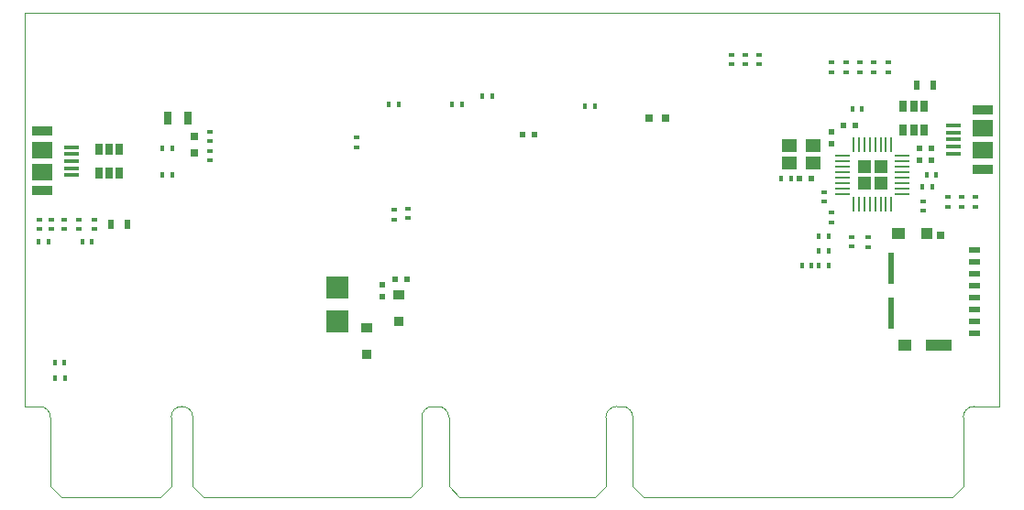
<source format=gbr>
G04 #@! TF.FileFunction,Paste,Top*
%FSLAX46Y46*%
G04 Gerber Fmt 4.6, Leading zero omitted, Abs format (unit mm)*
G04 Created by KiCad (PCBNEW 4.0.7) date 09/09/17 19:34:41*
%MOMM*%
%LPD*%
G01*
G04 APERTURE LIST*
%ADD10C,0.100000*%
%ADD11R,2.000000X2.000000*%
%ADD12R,0.600000X0.400000*%
%ADD13R,0.400000X0.600000*%
%ADD14R,1.000000X0.500000*%
%ADD15R,2.390000X1.050000*%
%ADD16R,1.200000X1.050000*%
%ADD17R,1.080000X1.050000*%
%ADD18R,0.780000X0.720000*%
%ADD19R,0.550000X2.910000*%
%ADD20R,0.500000X0.600000*%
%ADD21R,0.600000X0.500000*%
%ADD22R,0.750000X0.800000*%
%ADD23R,0.500000X0.900000*%
%ADD24R,0.700000X1.300000*%
%ADD25R,1.200000X1.200000*%
%ADD26O,1.500000X0.250000*%
%ADD27O,0.250000X1.500000*%
%ADD28R,1.400000X1.150000*%
%ADD29R,0.800000X0.750000*%
%ADD30R,0.900000X0.900000*%
%ADD31R,1.100000X0.900000*%
%ADD32R,1.900000X1.500000*%
%ADD33R,1.900000X0.900000*%
%ADD34R,1.350000X0.400000*%
%ADD35R,0.650000X1.060000*%
G04 APERTURE END LIST*
D10*
X86767232Y-135759051D02*
X86767232Y-135359051D01*
X97917232Y-135359051D02*
X97917232Y-135759051D01*
X96917232Y-136759051D02*
X87767232Y-136759051D01*
X96917232Y-136759051D02*
X97917232Y-135759051D01*
X86767232Y-135759051D02*
X87767232Y-136759051D01*
X140567232Y-135759051D02*
X140567232Y-135359051D01*
X140567232Y-135759051D02*
X141567232Y-136759051D01*
X170067232Y-136759051D02*
X141567232Y-136759051D01*
X170067232Y-136759051D02*
X171067232Y-135759051D01*
X171067232Y-135359051D02*
X171067232Y-135759051D01*
X174417232Y-91959051D02*
X174417232Y-128359051D01*
X84417232Y-128359051D02*
X84417232Y-91959051D01*
X84417232Y-91959051D02*
X174417232Y-91959051D01*
X121067232Y-129359051D02*
X121067232Y-135359051D01*
X121067232Y-129359051D02*
G75*
G02X122067232Y-128359051I1000000J0D01*
G01*
X122567232Y-128359051D02*
X122067232Y-128359051D01*
X122567232Y-128359051D02*
G75*
G02X123567232Y-129359051I0J-1000000D01*
G01*
X123567232Y-135359051D02*
X123567232Y-129359051D01*
X138067232Y-129359051D02*
X138067232Y-135359051D01*
X138067232Y-129359051D02*
G75*
G02X139067232Y-128359051I1000000J0D01*
G01*
X139567232Y-128359051D02*
X139067232Y-128359051D01*
X139567232Y-128359051D02*
G75*
G02X140567232Y-129359051I0J-1000000D01*
G01*
X140567232Y-135359051D02*
X140567232Y-129359051D01*
X171067232Y-129359051D02*
X171067232Y-135359051D01*
X171067232Y-129359051D02*
G75*
G02X172067232Y-128359051I1000000J0D01*
G01*
X172067232Y-128359051D02*
X174417232Y-128359051D01*
X85767232Y-128359051D02*
X84417232Y-128359051D01*
X85767232Y-128359051D02*
G75*
G02X86767232Y-129359051I0J-1000000D01*
G01*
X86767232Y-135359051D02*
X86767232Y-129359051D01*
X97917232Y-129359051D02*
X97917232Y-135359051D01*
X97917232Y-129359051D02*
G75*
G02X99917232Y-129359051I1000000J0D01*
G01*
X99917232Y-135359051D02*
X99917232Y-129359051D01*
X137067232Y-136759051D02*
X124567232Y-136759051D01*
X137067232Y-136759051D02*
X138067232Y-135759051D01*
X138067232Y-135359051D02*
X138067232Y-135759051D01*
X123567232Y-135759051D02*
X123567232Y-135359051D01*
X123567232Y-135759051D02*
X124567232Y-136759051D01*
X120067232Y-136759051D02*
X100917232Y-136759051D01*
X120067232Y-136759051D02*
X121067232Y-135759051D01*
X121067232Y-135359051D02*
X121067232Y-135759051D01*
X99917232Y-135759051D02*
X99917232Y-135359051D01*
X99917232Y-135759051D02*
X100917232Y-136759051D01*
D11*
X113300000Y-117390000D03*
X113300000Y-120490000D03*
D12*
X150950000Y-95830000D03*
X150950000Y-96730000D03*
D13*
X97991000Y-104521000D03*
X97091000Y-104521000D03*
D14*
X172127800Y-121602800D03*
X172127800Y-120502800D03*
X172127800Y-119402800D03*
X172127800Y-118302800D03*
X172127800Y-117202800D03*
X172127800Y-116102800D03*
X172127800Y-115002800D03*
X172127800Y-113902800D03*
D15*
X168822800Y-122652800D03*
D16*
X165637800Y-122652800D03*
X165067800Y-112327800D03*
D17*
X167677800Y-112327800D03*
D18*
X168947800Y-112542800D03*
D19*
X164392800Y-119747800D03*
X164392800Y-115557800D03*
D12*
X160780000Y-112690000D03*
X160780000Y-113590000D03*
D20*
X158877000Y-104055000D03*
X158877000Y-102955000D03*
D21*
X155914000Y-107315000D03*
X157014000Y-107315000D03*
X161078000Y-102362000D03*
X159978000Y-102362000D03*
D22*
X100076000Y-103390000D03*
X100076000Y-104890000D03*
D20*
X167005000Y-105579000D03*
X167005000Y-104479000D03*
D23*
X168300000Y-98650000D03*
X166800000Y-98650000D03*
X92341000Y-111506000D03*
X93841000Y-111506000D03*
D24*
X99502000Y-101727000D03*
X97602000Y-101727000D03*
D13*
X168217000Y-108077000D03*
X167317000Y-108077000D03*
X167698000Y-106934000D03*
X168598000Y-106934000D03*
X127570000Y-99650000D03*
X126670000Y-99650000D03*
X123883000Y-100457000D03*
X124783000Y-100457000D03*
X97091000Y-106934000D03*
X97991000Y-106934000D03*
D12*
X101473000Y-102928000D03*
X101473000Y-103828000D03*
X101473000Y-104706000D03*
X101473000Y-105606000D03*
D13*
X161714600Y-100838000D03*
X160814600Y-100838000D03*
X118941000Y-100457000D03*
X118041000Y-100457000D03*
D12*
X158877000Y-110421000D03*
X158877000Y-111321000D03*
D13*
X158640000Y-112630000D03*
X157740000Y-112630000D03*
X158630000Y-113930000D03*
X157730000Y-113930000D03*
X158640000Y-115290000D03*
X157740000Y-115290000D03*
D12*
X158242000Y-108541400D03*
X158242000Y-109441400D03*
X115062000Y-103512200D03*
X115062000Y-104412200D03*
D25*
X161937000Y-107684000D03*
X161937000Y-106184000D03*
X163437000Y-106184000D03*
D26*
X165437000Y-108684000D03*
X165437000Y-108184000D03*
X165437000Y-107684000D03*
X165437000Y-107184000D03*
X165437000Y-106684000D03*
X165437000Y-106184000D03*
X165437000Y-105684000D03*
X165437000Y-105184000D03*
D27*
X164437000Y-104184000D03*
X163937000Y-104184000D03*
X163437000Y-104184000D03*
X162937000Y-104184000D03*
X162437000Y-104184000D03*
X161937000Y-104184000D03*
X161437000Y-104184000D03*
X160937000Y-104184000D03*
D26*
X159937000Y-105184000D03*
X159937000Y-105684000D03*
X159937000Y-106184000D03*
X159937000Y-106684000D03*
X159937000Y-107184000D03*
X159937000Y-107684000D03*
X159937000Y-108184000D03*
X159937000Y-108684000D03*
D27*
X160937000Y-109684000D03*
X161437000Y-109684000D03*
X161937000Y-109684000D03*
X162437000Y-109684000D03*
X162937000Y-109684000D03*
X163437000Y-109684000D03*
X163937000Y-109684000D03*
X164437000Y-109684000D03*
D25*
X163437000Y-107684000D03*
D28*
X154983000Y-105829000D03*
X154983000Y-104229000D03*
X157183000Y-104229000D03*
X157183000Y-105829000D03*
D20*
X168148000Y-105579000D03*
X168148000Y-104479000D03*
D12*
X90810000Y-111956000D03*
X90810000Y-111056000D03*
X89413000Y-111956000D03*
X89413000Y-111056000D03*
D13*
X86611800Y-113106200D03*
X85711800Y-113106200D03*
D12*
X162260000Y-112710000D03*
X162260000Y-113610000D03*
X167390000Y-110280000D03*
X167390000Y-109380000D03*
D20*
X117440000Y-118230000D03*
X117440000Y-117130000D03*
D29*
X142099600Y-101727000D03*
X143599600Y-101727000D03*
D21*
X131440000Y-103180000D03*
X130340000Y-103180000D03*
D30*
X116000000Y-123520000D03*
D31*
X116000000Y-121120000D03*
D30*
X118973600Y-120453000D03*
D31*
X118973600Y-118053000D03*
D12*
X149700000Y-95830000D03*
X149700000Y-96730000D03*
D13*
X87180000Y-124333000D03*
X88080000Y-124333000D03*
X90594600Y-113157000D03*
X89694600Y-113157000D03*
X137051200Y-100558600D03*
X136151200Y-100558600D03*
D12*
X118491000Y-110167000D03*
X118491000Y-111067000D03*
X119761000Y-110040000D03*
X119761000Y-110940000D03*
D21*
X118576000Y-116611400D03*
X119676000Y-116611400D03*
D32*
X85984000Y-106664000D03*
D33*
X85984000Y-108414000D03*
D34*
X88684000Y-104364000D03*
X88684000Y-105014000D03*
X88684000Y-105664000D03*
X88684000Y-106314000D03*
X88684000Y-106964000D03*
D32*
X85984000Y-104664000D03*
D33*
X85984000Y-102914000D03*
D32*
X172874940Y-102657400D03*
D33*
X172874940Y-100907400D03*
D34*
X170174940Y-104957400D03*
X170174940Y-104307400D03*
X170174940Y-103657400D03*
X170174940Y-103007400D03*
X170174940Y-102357400D03*
D32*
X172874940Y-104657400D03*
D33*
X172874940Y-106407400D03*
D35*
X167440000Y-100620000D03*
X166490000Y-100620000D03*
X165540000Y-100620000D03*
X165540000Y-102820000D03*
X167440000Y-102820000D03*
X166490000Y-102820000D03*
X91257000Y-106764000D03*
X92207000Y-106764000D03*
X93157000Y-106764000D03*
X93157000Y-104564000D03*
X91257000Y-104564000D03*
X92207000Y-104564000D03*
D12*
X152200000Y-95830000D03*
X152200000Y-96730000D03*
D13*
X156180000Y-115340000D03*
X157080000Y-115340000D03*
X154260000Y-107300000D03*
X155160000Y-107300000D03*
D12*
X164120000Y-96540000D03*
X164120000Y-97440000D03*
X160230000Y-96550000D03*
X160230000Y-97450000D03*
X161560000Y-96540000D03*
X161560000Y-97440000D03*
X162840000Y-96540000D03*
X162840000Y-97440000D03*
X158870000Y-96540000D03*
X158870000Y-97440000D03*
D13*
X87210400Y-125704600D03*
X88110400Y-125704600D03*
D12*
X86873000Y-111956000D03*
X86873000Y-111056000D03*
X88016000Y-111956000D03*
X88016000Y-111056000D03*
X85730000Y-111956000D03*
X85730000Y-111056000D03*
X172220000Y-109890000D03*
X172220000Y-108990000D03*
X170950000Y-109880000D03*
X170950000Y-108980000D03*
X169670000Y-109870000D03*
X169670000Y-108970000D03*
M02*

</source>
